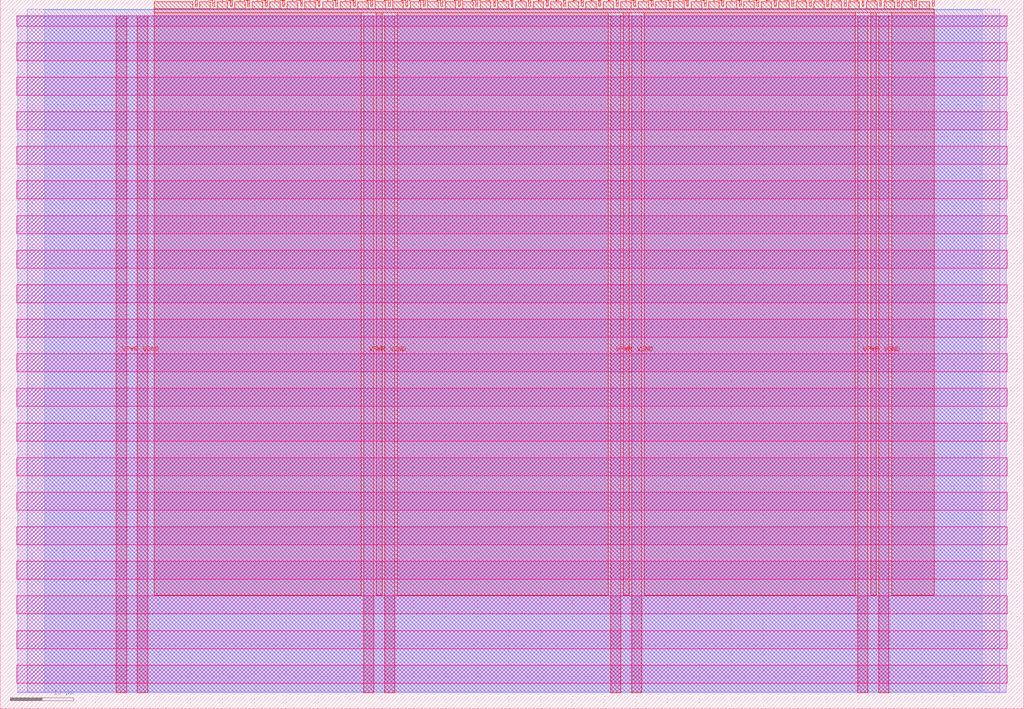
<source format=lef>
VERSION 5.7 ;
  NOWIREEXTENSIONATPIN ON ;
  DIVIDERCHAR "/" ;
  BUSBITCHARS "[]" ;
MACRO tt_um_patater_demokit
  CLASS BLOCK ;
  FOREIGN tt_um_patater_demokit ;
  ORIGIN 0.000 0.000 ;
  SIZE 161.000 BY 111.520 ;
  PIN VGND
    DIRECTION INOUT ;
    USE GROUND ;
    PORT
      LAYER met4 ;
        RECT 21.580 2.480 23.180 109.040 ;
    END
    PORT
      LAYER met4 ;
        RECT 60.450 2.480 62.050 109.040 ;
    END
    PORT
      LAYER met4 ;
        RECT 99.320 2.480 100.920 109.040 ;
    END
    PORT
      LAYER met4 ;
        RECT 138.190 2.480 139.790 109.040 ;
    END
  END VGND
  PIN VPWR
    DIRECTION INOUT ;
    USE POWER ;
    PORT
      LAYER met4 ;
        RECT 18.280 2.480 19.880 109.040 ;
    END
    PORT
      LAYER met4 ;
        RECT 57.150 2.480 58.750 109.040 ;
    END
    PORT
      LAYER met4 ;
        RECT 96.020 2.480 97.620 109.040 ;
    END
    PORT
      LAYER met4 ;
        RECT 134.890 2.480 136.490 109.040 ;
    END
  END VPWR
  PIN clk
    DIRECTION INPUT ;
    USE SIGNAL ;
    ANTENNAGATEAREA 0.852000 ;
    PORT
      LAYER met4 ;
        RECT 143.830 110.520 144.130 111.520 ;
    END
  END clk
  PIN ena
    DIRECTION INPUT ;
    USE SIGNAL ;
    PORT
      LAYER met4 ;
        RECT 146.590 110.520 146.890 111.520 ;
    END
  END ena
  PIN rst_n
    DIRECTION INPUT ;
    USE SIGNAL ;
    ANTENNAGATEAREA 0.196500 ;
    PORT
      LAYER met4 ;
        RECT 141.070 110.520 141.370 111.520 ;
    END
  END rst_n
  PIN ui_in[0]
    DIRECTION INPUT ;
    USE SIGNAL ;
    ANTENNAGATEAREA 0.196500 ;
    PORT
      LAYER met4 ;
        RECT 138.310 110.520 138.610 111.520 ;
    END
  END ui_in[0]
  PIN ui_in[1]
    DIRECTION INPUT ;
    USE SIGNAL ;
    ANTENNAGATEAREA 1.186500 ;
    PORT
      LAYER met4 ;
        RECT 135.550 110.520 135.850 111.520 ;
    END
  END ui_in[1]
  PIN ui_in[2]
    DIRECTION INPUT ;
    USE SIGNAL ;
    ANTENNAGATEAREA 0.196500 ;
    PORT
      LAYER met4 ;
        RECT 132.790 110.520 133.090 111.520 ;
    END
  END ui_in[2]
  PIN ui_in[3]
    DIRECTION INPUT ;
    USE SIGNAL ;
    ANTENNAGATEAREA 0.213000 ;
    PORT
      LAYER met4 ;
        RECT 130.030 110.520 130.330 111.520 ;
    END
  END ui_in[3]
  PIN ui_in[4]
    DIRECTION INPUT ;
    USE SIGNAL ;
    ANTENNAGATEAREA 0.196500 ;
    PORT
      LAYER met4 ;
        RECT 127.270 110.520 127.570 111.520 ;
    END
  END ui_in[4]
  PIN ui_in[5]
    DIRECTION INPUT ;
    USE SIGNAL ;
    ANTENNAGATEAREA 0.196500 ;
    PORT
      LAYER met4 ;
        RECT 124.510 110.520 124.810 111.520 ;
    END
  END ui_in[5]
  PIN ui_in[6]
    DIRECTION INPUT ;
    USE SIGNAL ;
    ANTENNAGATEAREA 0.159000 ;
    PORT
      LAYER met4 ;
        RECT 121.750 110.520 122.050 111.520 ;
    END
  END ui_in[6]
  PIN ui_in[7]
    DIRECTION INPUT ;
    USE SIGNAL ;
    ANTENNAGATEAREA 0.196500 ;
    PORT
      LAYER met4 ;
        RECT 118.990 110.520 119.290 111.520 ;
    END
  END ui_in[7]
  PIN uio_in[0]
    DIRECTION INPUT ;
    USE SIGNAL ;
    PORT
      LAYER met4 ;
        RECT 116.230 110.520 116.530 111.520 ;
    END
  END uio_in[0]
  PIN uio_in[1]
    DIRECTION INPUT ;
    USE SIGNAL ;
    PORT
      LAYER met4 ;
        RECT 113.470 110.520 113.770 111.520 ;
    END
  END uio_in[1]
  PIN uio_in[2]
    DIRECTION INPUT ;
    USE SIGNAL ;
    PORT
      LAYER met4 ;
        RECT 110.710 110.520 111.010 111.520 ;
    END
  END uio_in[2]
  PIN uio_in[3]
    DIRECTION INPUT ;
    USE SIGNAL ;
    PORT
      LAYER met4 ;
        RECT 107.950 110.520 108.250 111.520 ;
    END
  END uio_in[3]
  PIN uio_in[4]
    DIRECTION INPUT ;
    USE SIGNAL ;
    PORT
      LAYER met4 ;
        RECT 105.190 110.520 105.490 111.520 ;
    END
  END uio_in[4]
  PIN uio_in[5]
    DIRECTION INPUT ;
    USE SIGNAL ;
    PORT
      LAYER met4 ;
        RECT 102.430 110.520 102.730 111.520 ;
    END
  END uio_in[5]
  PIN uio_in[6]
    DIRECTION INPUT ;
    USE SIGNAL ;
    PORT
      LAYER met4 ;
        RECT 99.670 110.520 99.970 111.520 ;
    END
  END uio_in[6]
  PIN uio_in[7]
    DIRECTION INPUT ;
    USE SIGNAL ;
    PORT
      LAYER met4 ;
        RECT 96.910 110.520 97.210 111.520 ;
    END
  END uio_in[7]
  PIN uio_oe[0]
    DIRECTION OUTPUT ;
    USE SIGNAL ;
    ANTENNADIFFAREA 0.445500 ;
    PORT
      LAYER met4 ;
        RECT 49.990 110.520 50.290 111.520 ;
    END
  END uio_oe[0]
  PIN uio_oe[1]
    DIRECTION OUTPUT ;
    USE SIGNAL ;
    ANTENNADIFFAREA 0.445500 ;
    PORT
      LAYER met4 ;
        RECT 47.230 110.520 47.530 111.520 ;
    END
  END uio_oe[1]
  PIN uio_oe[2]
    DIRECTION OUTPUT ;
    USE SIGNAL ;
    ANTENNADIFFAREA 0.445500 ;
    PORT
      LAYER met4 ;
        RECT 44.470 110.520 44.770 111.520 ;
    END
  END uio_oe[2]
  PIN uio_oe[3]
    DIRECTION OUTPUT ;
    USE SIGNAL ;
    ANTENNADIFFAREA 0.445500 ;
    PORT
      LAYER met4 ;
        RECT 41.710 110.520 42.010 111.520 ;
    END
  END uio_oe[3]
  PIN uio_oe[4]
    DIRECTION OUTPUT ;
    USE SIGNAL ;
    ANTENNADIFFAREA 0.445500 ;
    PORT
      LAYER met4 ;
        RECT 38.950 110.520 39.250 111.520 ;
    END
  END uio_oe[4]
  PIN uio_oe[5]
    DIRECTION OUTPUT ;
    USE SIGNAL ;
    ANTENNADIFFAREA 0.445500 ;
    PORT
      LAYER met4 ;
        RECT 36.190 110.520 36.490 111.520 ;
    END
  END uio_oe[5]
  PIN uio_oe[6]
    DIRECTION OUTPUT ;
    USE SIGNAL ;
    ANTENNADIFFAREA 0.445500 ;
    PORT
      LAYER met4 ;
        RECT 33.430 110.520 33.730 111.520 ;
    END
  END uio_oe[6]
  PIN uio_oe[7]
    DIRECTION OUTPUT ;
    USE SIGNAL ;
    ANTENNADIFFAREA 0.445500 ;
    PORT
      LAYER met4 ;
        RECT 30.670 110.520 30.970 111.520 ;
    END
  END uio_oe[7]
  PIN uio_out[0]
    DIRECTION OUTPUT ;
    USE SIGNAL ;
    ANTENNADIFFAREA 0.445500 ;
    PORT
      LAYER met4 ;
        RECT 72.070 110.520 72.370 111.520 ;
    END
  END uio_out[0]
  PIN uio_out[1]
    DIRECTION OUTPUT ;
    USE SIGNAL ;
    ANTENNADIFFAREA 0.445500 ;
    PORT
      LAYER met4 ;
        RECT 69.310 110.520 69.610 111.520 ;
    END
  END uio_out[1]
  PIN uio_out[2]
    DIRECTION OUTPUT ;
    USE SIGNAL ;
    ANTENNADIFFAREA 0.445500 ;
    PORT
      LAYER met4 ;
        RECT 66.550 110.520 66.850 111.520 ;
    END
  END uio_out[2]
  PIN uio_out[3]
    DIRECTION OUTPUT ;
    USE SIGNAL ;
    ANTENNADIFFAREA 0.445500 ;
    PORT
      LAYER met4 ;
        RECT 63.790 110.520 64.090 111.520 ;
    END
  END uio_out[3]
  PIN uio_out[4]
    DIRECTION OUTPUT ;
    USE SIGNAL ;
    ANTENNADIFFAREA 0.445500 ;
    PORT
      LAYER met4 ;
        RECT 61.030 110.520 61.330 111.520 ;
    END
  END uio_out[4]
  PIN uio_out[5]
    DIRECTION OUTPUT ;
    USE SIGNAL ;
    ANTENNADIFFAREA 0.445500 ;
    PORT
      LAYER met4 ;
        RECT 58.270 110.520 58.570 111.520 ;
    END
  END uio_out[5]
  PIN uio_out[6]
    DIRECTION OUTPUT ;
    USE SIGNAL ;
    ANTENNADIFFAREA 0.445500 ;
    PORT
      LAYER met4 ;
        RECT 55.510 110.520 55.810 111.520 ;
    END
  END uio_out[6]
  PIN uio_out[7]
    DIRECTION OUTPUT ;
    USE SIGNAL ;
    ANTENNADIFFAREA 0.445500 ;
    PORT
      LAYER met4 ;
        RECT 52.750 110.520 53.050 111.520 ;
    END
  END uio_out[7]
  PIN uo_out[0]
    DIRECTION OUTPUT ;
    USE SIGNAL ;
    ANTENNADIFFAREA 0.643500 ;
    PORT
      LAYER met4 ;
        RECT 94.150 110.520 94.450 111.520 ;
    END
  END uo_out[0]
  PIN uo_out[1]
    DIRECTION OUTPUT ;
    USE SIGNAL ;
    ANTENNADIFFAREA 0.924000 ;
    PORT
      LAYER met4 ;
        RECT 91.390 110.520 91.690 111.520 ;
    END
  END uo_out[1]
  PIN uo_out[2]
    DIRECTION OUTPUT ;
    USE SIGNAL ;
    ANTENNADIFFAREA 0.643500 ;
    PORT
      LAYER met4 ;
        RECT 88.630 110.520 88.930 111.520 ;
    END
  END uo_out[2]
  PIN uo_out[3]
    DIRECTION OUTPUT ;
    USE SIGNAL ;
    ANTENNADIFFAREA 0.445500 ;
    PORT
      LAYER met4 ;
        RECT 85.870 110.520 86.170 111.520 ;
    END
  END uo_out[3]
  PIN uo_out[4]
    DIRECTION OUTPUT ;
    USE SIGNAL ;
    ANTENNADIFFAREA 0.643500 ;
    PORT
      LAYER met4 ;
        RECT 83.110 110.520 83.410 111.520 ;
    END
  END uo_out[4]
  PIN uo_out[5]
    DIRECTION OUTPUT ;
    USE SIGNAL ;
    ANTENNADIFFAREA 0.924000 ;
    PORT
      LAYER met4 ;
        RECT 80.350 110.520 80.650 111.520 ;
    END
  END uo_out[5]
  PIN uo_out[6]
    DIRECTION OUTPUT ;
    USE SIGNAL ;
    ANTENNADIFFAREA 0.643500 ;
    PORT
      LAYER met4 ;
        RECT 77.590 110.520 77.890 111.520 ;
    END
  END uo_out[6]
  PIN uo_out[7]
    DIRECTION OUTPUT ;
    USE SIGNAL ;
    ANTENNADIFFAREA 0.795200 ;
    PORT
      LAYER met4 ;
        RECT 74.830 110.520 75.130 111.520 ;
    END
  END uo_out[7]
  OBS
      LAYER nwell ;
        RECT 2.570 107.385 158.430 108.990 ;
        RECT 2.570 101.945 158.430 104.775 ;
        RECT 2.570 96.505 158.430 99.335 ;
        RECT 2.570 91.065 158.430 93.895 ;
        RECT 2.570 85.625 158.430 88.455 ;
        RECT 2.570 80.185 158.430 83.015 ;
        RECT 2.570 74.745 158.430 77.575 ;
        RECT 2.570 69.305 158.430 72.135 ;
        RECT 2.570 63.865 158.430 66.695 ;
        RECT 2.570 58.425 158.430 61.255 ;
        RECT 2.570 52.985 158.430 55.815 ;
        RECT 2.570 47.545 158.430 50.375 ;
        RECT 2.570 42.105 158.430 44.935 ;
        RECT 2.570 36.665 158.430 39.495 ;
        RECT 2.570 31.225 158.430 34.055 ;
        RECT 2.570 25.785 158.430 28.615 ;
        RECT 2.570 20.345 158.430 23.175 ;
        RECT 2.570 14.905 158.430 17.735 ;
        RECT 2.570 9.465 158.430 12.295 ;
        RECT 2.570 4.025 158.430 6.855 ;
      LAYER li1 ;
        RECT 2.760 2.635 158.240 108.885 ;
      LAYER met1 ;
        RECT 2.760 2.480 158.240 109.040 ;
      LAYER met2 ;
        RECT 4.240 2.535 157.220 110.005 ;
      LAYER met3 ;
        RECT 6.965 2.555 154.495 109.985 ;
      LAYER met4 ;
        RECT 24.215 110.120 30.270 111.170 ;
        RECT 31.370 110.120 33.030 111.170 ;
        RECT 34.130 110.120 35.790 111.170 ;
        RECT 36.890 110.120 38.550 111.170 ;
        RECT 39.650 110.120 41.310 111.170 ;
        RECT 42.410 110.120 44.070 111.170 ;
        RECT 45.170 110.120 46.830 111.170 ;
        RECT 47.930 110.120 49.590 111.170 ;
        RECT 50.690 110.120 52.350 111.170 ;
        RECT 53.450 110.120 55.110 111.170 ;
        RECT 56.210 110.120 57.870 111.170 ;
        RECT 58.970 110.120 60.630 111.170 ;
        RECT 61.730 110.120 63.390 111.170 ;
        RECT 64.490 110.120 66.150 111.170 ;
        RECT 67.250 110.120 68.910 111.170 ;
        RECT 70.010 110.120 71.670 111.170 ;
        RECT 72.770 110.120 74.430 111.170 ;
        RECT 75.530 110.120 77.190 111.170 ;
        RECT 78.290 110.120 79.950 111.170 ;
        RECT 81.050 110.120 82.710 111.170 ;
        RECT 83.810 110.120 85.470 111.170 ;
        RECT 86.570 110.120 88.230 111.170 ;
        RECT 89.330 110.120 90.990 111.170 ;
        RECT 92.090 110.120 93.750 111.170 ;
        RECT 94.850 110.120 96.510 111.170 ;
        RECT 97.610 110.120 99.270 111.170 ;
        RECT 100.370 110.120 102.030 111.170 ;
        RECT 103.130 110.120 104.790 111.170 ;
        RECT 105.890 110.120 107.550 111.170 ;
        RECT 108.650 110.120 110.310 111.170 ;
        RECT 111.410 110.120 113.070 111.170 ;
        RECT 114.170 110.120 115.830 111.170 ;
        RECT 116.930 110.120 118.590 111.170 ;
        RECT 119.690 110.120 121.350 111.170 ;
        RECT 122.450 110.120 124.110 111.170 ;
        RECT 125.210 110.120 126.870 111.170 ;
        RECT 127.970 110.120 129.630 111.170 ;
        RECT 130.730 110.120 132.390 111.170 ;
        RECT 133.490 110.120 135.150 111.170 ;
        RECT 136.250 110.120 137.910 111.170 ;
        RECT 139.010 110.120 140.670 111.170 ;
        RECT 141.770 110.120 143.430 111.170 ;
        RECT 144.530 110.120 146.190 111.170 ;
        RECT 24.215 109.440 146.905 110.120 ;
        RECT 24.215 17.855 56.750 109.440 ;
        RECT 59.150 17.855 60.050 109.440 ;
        RECT 62.450 17.855 95.620 109.440 ;
        RECT 98.020 17.855 98.920 109.440 ;
        RECT 101.320 17.855 134.490 109.440 ;
        RECT 136.890 17.855 137.790 109.440 ;
        RECT 140.190 17.855 146.905 109.440 ;
  END
END tt_um_patater_demokit
END LIBRARY


</source>
